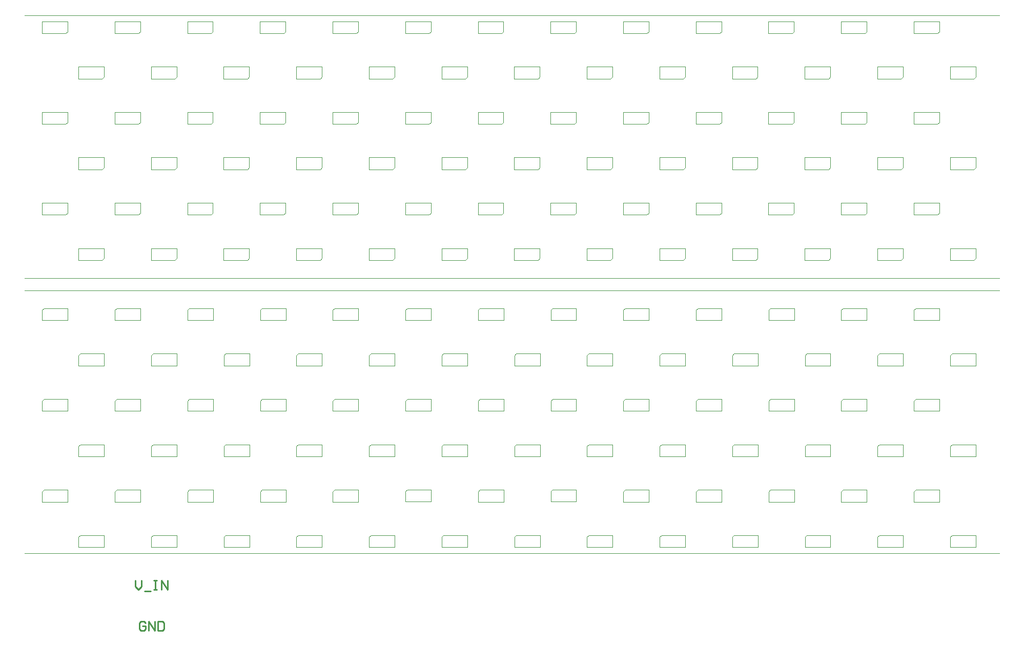
<source format=gto>
G04 Layer_Color=65535*
%FSLAX24Y24*%
%MOIN*%
G70*
G01*
G75*
%ADD18C,0.0039*%
%ADD19C,0.0100*%
D18*
X20404Y36703D02*
X83780Y36700D01*
X20394Y54616D02*
X83780Y54606D01*
X20394Y53809D02*
X83780Y53819D01*
X20404Y71703D02*
X83780Y71700D01*
X67953Y55778D02*
X68071Y55896D01*
X66407Y55778D02*
Y56555D01*
X68071Y55896D02*
Y56555D01*
X66407Y55778D02*
X67953D01*
X66407Y56555D02*
X68071D01*
X23898Y49577D02*
X24016Y49695D01*
X25561Y48917D02*
Y49695D01*
X23898Y48917D02*
Y49577D01*
X24016Y49695D02*
X25561D01*
X23898Y48917D02*
X25561D01*
X28622Y49577D02*
X28740Y49695D01*
X30285Y48917D02*
Y49695D01*
X28622Y48917D02*
Y49577D01*
X28740Y49695D02*
X30285D01*
X28622Y48917D02*
X30285D01*
X33346Y49577D02*
X33465Y49695D01*
X35010Y48917D02*
Y49695D01*
X33346Y48917D02*
Y49577D01*
X33465Y49695D02*
X35010D01*
X33346Y48917D02*
X35010D01*
X38071Y49577D02*
X38189Y49695D01*
X39734Y48917D02*
Y49695D01*
X38071Y48917D02*
Y49577D01*
X38189Y49695D02*
X39734D01*
X38071Y48917D02*
X39734D01*
X42795Y49577D02*
X42913Y49695D01*
X44459Y48917D02*
Y49695D01*
X42795Y48917D02*
Y49577D01*
X42913Y49695D02*
X44459D01*
X42795Y48917D02*
X44459D01*
X47520Y49577D02*
X47638Y49695D01*
X49183Y48917D02*
Y49695D01*
X47520Y48917D02*
Y49577D01*
X47638Y49695D02*
X49183D01*
X47520Y48917D02*
X49183D01*
X52244Y49577D02*
X52362Y49695D01*
X53907Y48917D02*
Y49695D01*
X52244Y48917D02*
Y49577D01*
X52362Y49695D02*
X53907D01*
X52244Y48917D02*
X53907D01*
X21535Y46624D02*
X21654Y46742D01*
X23199Y45965D02*
Y46742D01*
X21535Y45965D02*
Y46624D01*
X21654Y46742D02*
X23199D01*
X21535Y45965D02*
X23199D01*
X26260Y46624D02*
X26378Y46742D01*
X27923Y45965D02*
Y46742D01*
X26260Y45965D02*
Y46624D01*
X26378Y46742D02*
X27923D01*
X26260Y45965D02*
X27923D01*
X30984Y46624D02*
X31102Y46742D01*
X32648Y45965D02*
Y46742D01*
X30984Y45965D02*
Y46624D01*
X31102Y46742D02*
X32648D01*
X30984Y45965D02*
X32648D01*
X35709Y46624D02*
X35827Y46742D01*
X37372Y45965D02*
Y46742D01*
X35709Y45965D02*
Y46624D01*
X35827Y46742D02*
X37372D01*
X35709Y45965D02*
X37372D01*
X40433Y46624D02*
X40551Y46742D01*
X42096Y45965D02*
Y46742D01*
X40433Y45965D02*
Y46624D01*
X40551Y46742D02*
X42096D01*
X40433Y45965D02*
X42096D01*
X45157Y46624D02*
X45276Y46742D01*
X46821Y45965D02*
Y46742D01*
X45157Y45965D02*
Y46624D01*
X45276Y46742D02*
X46821D01*
X45157Y45965D02*
X46821D01*
X49882Y46624D02*
X50000Y46742D01*
X51545Y45965D02*
Y46742D01*
X49882Y45965D02*
Y46624D01*
X50000Y46742D02*
X51545D01*
X49882Y45965D02*
X51545D01*
X23898Y43671D02*
X24016Y43789D01*
X25561Y43012D02*
Y43789D01*
X23898Y43012D02*
Y43671D01*
X24016Y43789D02*
X25561D01*
X23898Y43012D02*
X25561D01*
X28622Y43671D02*
X28740Y43789D01*
X30285Y43012D02*
Y43789D01*
X28622Y43012D02*
Y43671D01*
X28740Y43789D02*
X30285D01*
X28622Y43012D02*
X30285D01*
X33346Y43671D02*
X33465Y43789D01*
X35010Y43012D02*
Y43789D01*
X33346Y43012D02*
Y43671D01*
X33465Y43789D02*
X35010D01*
X33346Y43012D02*
X35010D01*
X38071Y43671D02*
X38189Y43789D01*
X39734Y43012D02*
Y43789D01*
X38071Y43012D02*
Y43671D01*
X38189Y43789D02*
X39734D01*
X38071Y43012D02*
X39734D01*
X42795Y43671D02*
X42913Y43789D01*
X44459Y43012D02*
Y43789D01*
X42795Y43012D02*
Y43671D01*
X42913Y43789D02*
X44459D01*
X42795Y43012D02*
X44459D01*
X47520Y43671D02*
X47638Y43789D01*
X49183Y43012D02*
Y43789D01*
X47520Y43012D02*
Y43671D01*
X47638Y43789D02*
X49183D01*
X47520Y43012D02*
X49183D01*
X52244Y43671D02*
X52362Y43789D01*
X53907Y43012D02*
Y43789D01*
X52244Y43012D02*
Y43671D01*
X52362Y43789D02*
X53907D01*
X52244Y43012D02*
X53907D01*
X21535Y40718D02*
X21654Y40837D01*
X23199Y40059D02*
Y40837D01*
X21535Y40059D02*
Y40718D01*
X21654Y40837D02*
X23199D01*
X21535Y40059D02*
X23199D01*
X26260Y40718D02*
X26378Y40837D01*
X27923Y40059D02*
Y40837D01*
X26260Y40059D02*
Y40718D01*
X26378Y40837D02*
X27923D01*
X26260Y40059D02*
X27923D01*
X30984Y40718D02*
X31102Y40837D01*
X32648Y40059D02*
Y40837D01*
X30984Y40059D02*
Y40718D01*
X31102Y40837D02*
X32648D01*
X30984Y40059D02*
X32648D01*
X35709Y40718D02*
X35827Y40837D01*
X37372Y40059D02*
Y40837D01*
X35709Y40059D02*
Y40718D01*
X35827Y40837D02*
X37372D01*
X35709Y40059D02*
X37372D01*
X40433Y40718D02*
X40551Y40837D01*
X42096Y40059D02*
Y40837D01*
X40433Y40059D02*
Y40718D01*
X40551Y40837D02*
X42096D01*
X40433Y40059D02*
X42096D01*
X45157Y40728D02*
X45276Y40846D01*
X46821Y40069D02*
Y40846D01*
X45157Y40069D02*
Y40728D01*
X45276Y40846D02*
X46821D01*
X45157Y40069D02*
X46821D01*
X49882Y40718D02*
X50000Y40837D01*
X51545Y40059D02*
Y40837D01*
X49882Y40059D02*
Y40718D01*
X50000Y40837D02*
X51545D01*
X49882Y40059D02*
X51545D01*
X23898Y37766D02*
X24016Y37884D01*
X25561Y37106D02*
Y37884D01*
X23898Y37106D02*
Y37766D01*
X24016Y37884D02*
X25561D01*
X23898Y37106D02*
X25561D01*
X28622Y37766D02*
X28740Y37884D01*
X30285Y37106D02*
Y37884D01*
X28622Y37106D02*
Y37766D01*
X28740Y37884D02*
X30285D01*
X28622Y37106D02*
X30285D01*
X33346Y37766D02*
X33465Y37884D01*
X35010Y37106D02*
Y37884D01*
X33346Y37106D02*
Y37766D01*
X33465Y37884D02*
X35010D01*
X33346Y37106D02*
X35010D01*
X38071Y37766D02*
X38189Y37884D01*
X39734Y37106D02*
Y37884D01*
X38071Y37106D02*
Y37766D01*
X38189Y37884D02*
X39734D01*
X38071Y37106D02*
X39734D01*
X42795Y37766D02*
X42913Y37884D01*
X44459Y37106D02*
Y37884D01*
X42795Y37106D02*
Y37766D01*
X42913Y37884D02*
X44459D01*
X42795Y37106D02*
X44459D01*
X47520Y37766D02*
X47638Y37884D01*
X49183Y37106D02*
Y37884D01*
X47520Y37106D02*
Y37766D01*
X47638Y37884D02*
X49183D01*
X47520Y37106D02*
X49183D01*
X52244Y37766D02*
X52362Y37884D01*
X53907Y37106D02*
Y37884D01*
X52244Y37106D02*
Y37766D01*
X52362Y37884D02*
X53907D01*
X52244Y37106D02*
X53907D01*
X21535Y52530D02*
X21654Y52648D01*
X23199Y51870D02*
Y52648D01*
X21535Y51870D02*
Y52530D01*
X21654Y52648D02*
X23199D01*
X21535Y51870D02*
X23199D01*
X26260Y52530D02*
X26378Y52648D01*
X27923Y51870D02*
Y52648D01*
X26260Y51870D02*
Y52530D01*
X26378Y52648D02*
X27923D01*
X26260Y51870D02*
X27923D01*
X30984Y52530D02*
X31102Y52648D01*
X32648Y51870D02*
Y52648D01*
X30984Y51870D02*
Y52530D01*
X31102Y52648D02*
X32648D01*
X30984Y51870D02*
X32648D01*
X35709Y52530D02*
X35827Y52648D01*
X37372Y51870D02*
Y52648D01*
X35709Y51870D02*
Y52530D01*
X35827Y52648D02*
X37372D01*
X35709Y51870D02*
X37372D01*
X40433Y52530D02*
X40551Y52648D01*
X42096Y51870D02*
Y52648D01*
X40433Y51870D02*
Y52530D01*
X40551Y52648D02*
X42096D01*
X40433Y51870D02*
X42096D01*
X45157Y52530D02*
X45276Y52648D01*
X46821Y51870D02*
Y52648D01*
X45157Y51870D02*
Y52530D01*
X45276Y52648D02*
X46821D01*
X45157Y51870D02*
X46821D01*
X49882Y52530D02*
X50000Y52648D01*
X51545Y51870D02*
Y52648D01*
X49882Y51870D02*
Y52530D01*
X50000Y52648D02*
X51545D01*
X49882Y51870D02*
X51545D01*
X56968Y49577D02*
X57087Y49695D01*
X58632Y48917D02*
Y49695D01*
X56968Y48917D02*
Y49577D01*
X57087Y49695D02*
X58632D01*
X56968Y48917D02*
X58632D01*
X61693Y49577D02*
X61811Y49695D01*
X63356Y48917D02*
Y49695D01*
X61693Y48917D02*
Y49577D01*
X61811Y49695D02*
X63356D01*
X61693Y48917D02*
X63356D01*
X66417Y49577D02*
X66535Y49695D01*
X68081Y48917D02*
Y49695D01*
X66417Y48917D02*
Y49577D01*
X66535Y49695D02*
X68081D01*
X66417Y48917D02*
X68081D01*
X71142Y49577D02*
X71260Y49695D01*
X72805Y48917D02*
Y49695D01*
X71142Y48917D02*
Y49577D01*
X71260Y49695D02*
X72805D01*
X71142Y48917D02*
X72805D01*
X75866Y49577D02*
X75984Y49695D01*
X77530Y48917D02*
Y49695D01*
X75866Y48917D02*
Y49577D01*
X75984Y49695D02*
X77530D01*
X75866Y48917D02*
X77530D01*
X80591Y49577D02*
X80709Y49695D01*
X82254Y48917D02*
Y49695D01*
X80591Y48917D02*
Y49577D01*
X80709Y49695D02*
X82254D01*
X80591Y48917D02*
X82254D01*
X79764Y58730D02*
X79882Y58848D01*
X78218Y58730D02*
Y59508D01*
X79882Y58848D02*
Y59508D01*
X78218Y58730D02*
X79764D01*
X78218Y59508D02*
X79882D01*
X54606Y46624D02*
X54724Y46742D01*
X56270Y45965D02*
Y46742D01*
X54606Y45965D02*
Y46624D01*
X54724Y46742D02*
X56270D01*
X54606Y45965D02*
X56270D01*
X59331Y46624D02*
X59449Y46742D01*
X60994Y45965D02*
Y46742D01*
X59331Y45965D02*
Y46624D01*
X59449Y46742D02*
X60994D01*
X59331Y45965D02*
X60994D01*
X64055Y46624D02*
X64173Y46742D01*
X65718Y45965D02*
Y46742D01*
X64055Y45965D02*
Y46624D01*
X64173Y46742D02*
X65718D01*
X64055Y45965D02*
X65718D01*
X68780Y46624D02*
X68898Y46742D01*
X70443Y45965D02*
Y46742D01*
X68780Y45965D02*
Y46624D01*
X68898Y46742D02*
X70443D01*
X68780Y45965D02*
X70443D01*
X73504Y46624D02*
X73622Y46742D01*
X75167Y45965D02*
Y46742D01*
X73504Y45965D02*
Y46624D01*
X73622Y46742D02*
X75167D01*
X73504Y45965D02*
X75167D01*
X78228Y46624D02*
X78346Y46742D01*
X79892Y45965D02*
Y46742D01*
X78228Y45965D02*
Y46624D01*
X78346Y46742D02*
X79892D01*
X78228Y45965D02*
X79892D01*
X82126Y61683D02*
X82244Y61801D01*
X80581Y61683D02*
Y62461D01*
X82244Y61801D02*
Y62461D01*
X80581Y61683D02*
X82126D01*
X80581Y62461D02*
X82244D01*
X56968Y43671D02*
X57087Y43789D01*
X58632Y43012D02*
Y43789D01*
X56968Y43012D02*
Y43671D01*
X57087Y43789D02*
X58632D01*
X56968Y43012D02*
X58632D01*
X61693Y43671D02*
X61811Y43789D01*
X63356Y43012D02*
Y43789D01*
X61693Y43012D02*
Y43671D01*
X61811Y43789D02*
X63356D01*
X61693Y43012D02*
X63356D01*
X66417Y43671D02*
X66535Y43789D01*
X68081Y43012D02*
Y43789D01*
X66417Y43012D02*
Y43671D01*
X66535Y43789D02*
X68081D01*
X66417Y43012D02*
X68081D01*
X71142Y43671D02*
X71260Y43789D01*
X72805Y43012D02*
Y43789D01*
X71142Y43012D02*
Y43671D01*
X71260Y43789D02*
X72805D01*
X71142Y43012D02*
X72805D01*
X75866Y43671D02*
X75984Y43789D01*
X77530Y43012D02*
Y43789D01*
X75866Y43012D02*
Y43671D01*
X75984Y43789D02*
X77530D01*
X75866Y43012D02*
X77530D01*
X80591Y43671D02*
X80709Y43789D01*
X82254Y43012D02*
Y43789D01*
X80591Y43012D02*
Y43671D01*
X80709Y43789D02*
X82254D01*
X80591Y43012D02*
X82254D01*
X79764Y64636D02*
X79882Y64754D01*
X78218Y64636D02*
Y65413D01*
X79882Y64754D02*
Y65413D01*
X78218Y64636D02*
X79764D01*
X78218Y65413D02*
X79882D01*
X54606Y40728D02*
X54724Y40846D01*
X56270Y40069D02*
Y40846D01*
X54606Y40069D02*
Y40728D01*
X54724Y40846D02*
X56270D01*
X54606Y40069D02*
X56270D01*
X59331Y40718D02*
X59449Y40837D01*
X60994Y40059D02*
Y40837D01*
X59331Y40059D02*
Y40718D01*
X59449Y40837D02*
X60994D01*
X59331Y40059D02*
X60994D01*
X64055Y40718D02*
X64173Y40837D01*
X65718Y40059D02*
Y40837D01*
X64055Y40059D02*
Y40718D01*
X64173Y40837D02*
X65718D01*
X64055Y40059D02*
X65718D01*
X68780Y40718D02*
X68898Y40837D01*
X70443Y40059D02*
Y40837D01*
X68780Y40059D02*
Y40718D01*
X68898Y40837D02*
X70443D01*
X68780Y40059D02*
X70443D01*
X73504Y40718D02*
X73622Y40837D01*
X75167Y40059D02*
Y40837D01*
X73504Y40059D02*
Y40718D01*
X73622Y40837D02*
X75167D01*
X73504Y40059D02*
X75167D01*
X78228Y40718D02*
X78346Y40837D01*
X79892Y40059D02*
Y40837D01*
X78228Y40059D02*
Y40718D01*
X78346Y40837D02*
X79892D01*
X78228Y40059D02*
X79892D01*
X56968Y37766D02*
X57087Y37884D01*
X58632Y37106D02*
Y37884D01*
X56968Y37106D02*
Y37766D01*
X57087Y37884D02*
X58632D01*
X56968Y37106D02*
X58632D01*
X61693Y37766D02*
X61811Y37884D01*
X63356Y37106D02*
Y37884D01*
X61693Y37106D02*
Y37766D01*
X61811Y37884D02*
X63356D01*
X61693Y37106D02*
X63356D01*
X66417Y37766D02*
X66535Y37884D01*
X68081Y37106D02*
Y37884D01*
X66417Y37106D02*
Y37766D01*
X66535Y37884D02*
X68081D01*
X66417Y37106D02*
X68081D01*
X71142Y37766D02*
X71260Y37884D01*
X72805Y37106D02*
Y37884D01*
X71142Y37106D02*
Y37766D01*
X71260Y37884D02*
X72805D01*
X71142Y37106D02*
X72805D01*
X75866Y37766D02*
X75984Y37884D01*
X77530Y37106D02*
Y37884D01*
X75866Y37106D02*
Y37766D01*
X75984Y37884D02*
X77530D01*
X75866Y37106D02*
X77530D01*
X80591Y37766D02*
X80709Y37884D01*
X82254Y37106D02*
Y37884D01*
X80591Y37106D02*
Y37766D01*
X80709Y37884D02*
X82254D01*
X80591Y37106D02*
X82254D01*
X79764Y70541D02*
X79882Y70659D01*
X78218Y70541D02*
Y71319D01*
X79882Y70659D02*
Y71319D01*
X78218Y70541D02*
X79764D01*
X78218Y71319D02*
X79882D01*
X54606Y52530D02*
X54724Y52648D01*
X56270Y51870D02*
Y52648D01*
X54606Y51870D02*
Y52530D01*
X54724Y52648D02*
X56270D01*
X54606Y51870D02*
X56270D01*
X59331Y52530D02*
X59449Y52648D01*
X60994Y51870D02*
Y52648D01*
X59331Y51870D02*
Y52530D01*
X59449Y52648D02*
X60994D01*
X59331Y51870D02*
X60994D01*
X64055Y52530D02*
X64173Y52648D01*
X65718Y51870D02*
Y52648D01*
X64055Y51870D02*
Y52530D01*
X64173Y52648D02*
X65718D01*
X64055Y51870D02*
X65718D01*
X68780Y52530D02*
X68898Y52648D01*
X70443Y51870D02*
Y52648D01*
X68780Y51870D02*
Y52530D01*
X68898Y52648D02*
X70443D01*
X68780Y51870D02*
X70443D01*
X73504Y52530D02*
X73622Y52648D01*
X75167Y51870D02*
Y52648D01*
X73504Y51870D02*
Y52530D01*
X73622Y52648D02*
X75167D01*
X73504Y51870D02*
X75167D01*
X78228Y52530D02*
X78346Y52648D01*
X79892Y51870D02*
Y52648D01*
X78228Y51870D02*
Y52530D01*
X78346Y52648D02*
X79892D01*
X78228Y51870D02*
X79892D01*
X75039Y58730D02*
X75157Y58848D01*
X73494Y58730D02*
Y59508D01*
X75157Y58848D02*
Y59508D01*
X73494Y58730D02*
X75039D01*
X73494Y59508D02*
X75157D01*
X70315Y58730D02*
X70433Y58848D01*
X68770Y58730D02*
Y59508D01*
X70433Y58848D02*
Y59508D01*
X68770Y58730D02*
X70315D01*
X68770Y59508D02*
X70433D01*
X65591Y58730D02*
X65709Y58848D01*
X64045Y58730D02*
Y59508D01*
X65709Y58848D02*
Y59508D01*
X64045Y58730D02*
X65591D01*
X64045Y59508D02*
X65709D01*
X60866Y58730D02*
X60984Y58848D01*
X59321Y58730D02*
Y59508D01*
X60984Y58848D02*
Y59508D01*
X59321Y58730D02*
X60866D01*
X59321Y59508D02*
X60984D01*
X58504Y61683D02*
X58622Y61801D01*
X56959Y61683D02*
Y62461D01*
X58622Y61801D02*
Y62461D01*
X56959Y61683D02*
X58504D01*
X56959Y62461D02*
X58622D01*
X53780Y61683D02*
X53898Y61801D01*
X52234Y61683D02*
Y62461D01*
X53898Y61801D02*
Y62461D01*
X52234Y61683D02*
X53780D01*
X52234Y62461D02*
X53898D01*
X49055Y61683D02*
X49173Y61801D01*
X47510Y61683D02*
Y62461D01*
X49173Y61801D02*
Y62461D01*
X47510Y61683D02*
X49055D01*
X47510Y62461D02*
X49173D01*
X77402Y61683D02*
X77520Y61801D01*
X75856Y61683D02*
Y62461D01*
X77520Y61801D02*
Y62461D01*
X75856Y61683D02*
X77402D01*
X75856Y62461D02*
X77520D01*
X72677Y61683D02*
X72795Y61801D01*
X71132Y61683D02*
Y62461D01*
X72795Y61801D02*
Y62461D01*
X71132Y61683D02*
X72677D01*
X71132Y62461D02*
X72795D01*
X67953Y61683D02*
X68071Y61801D01*
X66407Y61683D02*
Y62461D01*
X68071Y61801D02*
Y62461D01*
X66407Y61683D02*
X67953D01*
X66407Y62461D02*
X68071D01*
X63228Y61683D02*
X63346Y61801D01*
X61683Y61683D02*
Y62461D01*
X63346Y61801D02*
Y62461D01*
X61683Y61683D02*
X63228D01*
X61683Y62461D02*
X63346D01*
X56142Y64636D02*
X56260Y64754D01*
X54596Y64636D02*
Y65413D01*
X56260Y64754D02*
Y65413D01*
X54596Y64636D02*
X56142D01*
X54596Y65413D02*
X56260D01*
X51417Y64636D02*
X51535Y64754D01*
X49872Y64636D02*
Y65413D01*
X51535Y64754D02*
Y65413D01*
X49872Y64636D02*
X51417D01*
X49872Y65413D02*
X51535D01*
X46693Y64636D02*
X46811Y64754D01*
X45148Y64636D02*
Y65413D01*
X46811Y64754D02*
Y65413D01*
X45148Y64636D02*
X46693D01*
X45148Y65413D02*
X46811D01*
X75039Y64636D02*
X75157Y64754D01*
X73494Y64636D02*
Y65413D01*
X75157Y64754D02*
Y65413D01*
X73494Y64636D02*
X75039D01*
X73494Y65413D02*
X75157D01*
X70315Y64636D02*
X70433Y64754D01*
X68770Y64636D02*
Y65413D01*
X70433Y64754D02*
Y65413D01*
X68770Y64636D02*
X70315D01*
X68770Y65413D02*
X70433D01*
X65591Y64636D02*
X65709Y64754D01*
X64045Y64636D02*
Y65413D01*
X65709Y64754D02*
Y65413D01*
X64045Y64636D02*
X65591D01*
X64045Y65413D02*
X65709D01*
X60866Y64636D02*
X60984Y64754D01*
X59321Y64636D02*
Y65413D01*
X60984Y64754D02*
Y65413D01*
X59321Y64636D02*
X60866D01*
X59321Y65413D02*
X60984D01*
X58504Y55778D02*
X58622Y55896D01*
X56959Y55778D02*
Y56555D01*
X58622Y55896D02*
Y56555D01*
X56959Y55778D02*
X58504D01*
X56959Y56555D02*
X58622D01*
X53780Y55778D02*
X53898Y55896D01*
X52234Y55778D02*
Y56555D01*
X53898Y55896D02*
Y56555D01*
X52234Y55778D02*
X53780D01*
X52234Y56555D02*
X53898D01*
X49055Y55778D02*
X49173Y55896D01*
X47510Y55778D02*
Y56555D01*
X49173Y55896D02*
Y56555D01*
X47510Y55778D02*
X49055D01*
X47510Y56555D02*
X49173D01*
X77402Y67589D02*
X77520Y67707D01*
X75856Y67589D02*
Y68366D01*
X77520Y67707D02*
Y68366D01*
X75856Y67589D02*
X77402D01*
X75856Y68366D02*
X77520D01*
X72677Y67589D02*
X72795Y67707D01*
X71132Y67589D02*
Y68366D01*
X72795Y67707D02*
Y68366D01*
X71132Y67589D02*
X72677D01*
X71132Y68366D02*
X72795D01*
X67953Y67589D02*
X68071Y67707D01*
X66407Y67589D02*
Y68366D01*
X68071Y67707D02*
Y68366D01*
X66407Y67589D02*
X67953D01*
X66407Y68366D02*
X68071D01*
X63228Y67589D02*
X63346Y67707D01*
X61683Y67589D02*
Y68366D01*
X63346Y67707D02*
Y68366D01*
X61683Y67589D02*
X63228D01*
X61683Y68366D02*
X63346D01*
X58504Y67589D02*
X58622Y67707D01*
X56959Y67589D02*
Y68366D01*
X58622Y67707D02*
Y68366D01*
X56959Y67589D02*
X58504D01*
X56959Y68366D02*
X58622D01*
X51417Y70541D02*
X51535Y70659D01*
X49872Y70541D02*
Y71319D01*
X51535Y70659D02*
Y71319D01*
X49872Y70541D02*
X51417D01*
X49872Y71319D02*
X51535D01*
X46693Y70541D02*
X46811Y70659D01*
X45148Y70541D02*
Y71319D01*
X46811Y70659D02*
Y71319D01*
X45148Y70541D02*
X46693D01*
X45148Y71319D02*
X46811D01*
X75039Y70541D02*
X75157Y70659D01*
X73494Y70541D02*
Y71319D01*
X75157Y70659D02*
Y71319D01*
X73494Y70541D02*
X75039D01*
X73494Y71319D02*
X75157D01*
X70315Y70541D02*
X70433Y70659D01*
X68770Y70541D02*
Y71319D01*
X70433Y70659D02*
Y71319D01*
X68770Y70541D02*
X70315D01*
X68770Y71319D02*
X70433D01*
X65591Y70541D02*
X65709Y70659D01*
X64045Y70541D02*
Y71319D01*
X65709Y70659D02*
Y71319D01*
X64045Y70541D02*
X65591D01*
X64045Y71319D02*
X65709D01*
X60866Y70541D02*
X60984Y70659D01*
X59321Y70541D02*
Y71319D01*
X60984Y70659D02*
Y71319D01*
X59321Y70541D02*
X60866D01*
X59321Y71319D02*
X60984D01*
X56142Y70541D02*
X56260Y70659D01*
X54596Y70541D02*
Y71319D01*
X56260Y70659D02*
Y71319D01*
X54596Y70541D02*
X56142D01*
X54596Y71319D02*
X56260D01*
X53780Y67589D02*
X53898Y67707D01*
X52234Y67589D02*
Y68366D01*
X53898Y67707D02*
Y68366D01*
X52234Y67589D02*
X53780D01*
X52234Y68366D02*
X53898D01*
X49055Y67589D02*
X49173Y67707D01*
X47510Y67589D02*
Y68366D01*
X49173Y67707D02*
Y68366D01*
X47510Y67589D02*
X49055D01*
X47510Y68366D02*
X49173D01*
X77402Y55778D02*
X77520Y55896D01*
X75856Y55778D02*
Y56555D01*
X77520Y55896D02*
Y56555D01*
X75856Y55778D02*
X77402D01*
X75856Y56555D02*
X77520D01*
X72677Y55778D02*
X72795Y55896D01*
X71132Y55778D02*
Y56555D01*
X72795Y55896D02*
Y56555D01*
X71132Y55778D02*
X72677D01*
X71132Y56555D02*
X72795D01*
X63228Y55778D02*
X63346Y55896D01*
X61683Y55778D02*
Y56555D01*
X63346Y55896D02*
Y56555D01*
X61683Y55778D02*
X63228D01*
X61683Y56555D02*
X63346D01*
X56142Y58730D02*
X56260Y58848D01*
X54596Y58730D02*
Y59508D01*
X56260Y58848D02*
Y59508D01*
X54596Y58730D02*
X56142D01*
X54596Y59508D02*
X56260D01*
X51417Y58730D02*
X51535Y58848D01*
X49872Y58730D02*
Y59508D01*
X51535Y58848D02*
Y59508D01*
X49872Y58730D02*
X51417D01*
X49872Y59508D02*
X51535D01*
X46693Y58730D02*
X46811Y58848D01*
X45148Y58730D02*
Y59508D01*
X46811Y58848D02*
Y59508D01*
X45148Y58730D02*
X46693D01*
X45148Y59508D02*
X46811D01*
X44331Y61683D02*
X44449Y61801D01*
X42785Y61683D02*
Y62461D01*
X44449Y61801D02*
Y62461D01*
X42785Y61683D02*
X44331D01*
X42785Y62461D02*
X44449D01*
X39606Y61683D02*
X39724Y61801D01*
X38061Y61683D02*
Y62461D01*
X39724Y61801D02*
Y62461D01*
X38061Y61683D02*
X39606D01*
X38061Y62461D02*
X39724D01*
X34882Y61683D02*
X35000Y61801D01*
X33337Y61683D02*
Y62461D01*
X35000Y61801D02*
Y62461D01*
X33337Y61683D02*
X34882D01*
X33337Y62461D02*
X35000D01*
X30157Y61683D02*
X30276Y61801D01*
X28612Y61683D02*
Y62461D01*
X30276Y61801D02*
Y62461D01*
X28612Y61683D02*
X30157D01*
X28612Y62461D02*
X30276D01*
X23071Y58730D02*
X23189Y58848D01*
X21526Y58730D02*
Y59508D01*
X23189Y58848D02*
Y59508D01*
X21526Y58730D02*
X23071D01*
X21526Y59508D02*
X23189D01*
X41968Y64636D02*
X42087Y64754D01*
X40423Y64636D02*
Y65413D01*
X42087Y64754D02*
Y65413D01*
X40423Y64636D02*
X41968D01*
X40423Y65413D02*
X42087D01*
X37244Y64636D02*
X37362Y64754D01*
X35699Y64636D02*
Y65413D01*
X37362Y64754D02*
Y65413D01*
X35699Y64636D02*
X37244D01*
X35699Y65413D02*
X37362D01*
X32520Y64636D02*
X32638Y64754D01*
X30974Y64636D02*
Y65413D01*
X32638Y64754D02*
Y65413D01*
X30974Y64636D02*
X32520D01*
X30974Y65413D02*
X32638D01*
X27795Y64636D02*
X27913Y64754D01*
X26250Y64636D02*
Y65413D01*
X27913Y64754D02*
Y65413D01*
X26250Y64636D02*
X27795D01*
X26250Y65413D02*
X27913D01*
X25433Y61683D02*
X25551Y61801D01*
X23888Y61683D02*
Y62461D01*
X25551Y61801D02*
Y62461D01*
X23888Y61683D02*
X25433D01*
X23888Y62461D02*
X25551D01*
X44331Y55778D02*
X44449Y55896D01*
X42785Y55778D02*
Y56555D01*
X44449Y55896D02*
Y56555D01*
X42785Y55778D02*
X44331D01*
X42785Y56555D02*
X44449D01*
X39606Y55778D02*
X39724Y55896D01*
X38061Y55778D02*
Y56555D01*
X39724Y55896D02*
Y56555D01*
X38061Y55778D02*
X39606D01*
X38061Y56555D02*
X39724D01*
X34882Y55778D02*
X35000Y55896D01*
X33337Y55778D02*
Y56555D01*
X35000Y55896D02*
Y56555D01*
X33337Y55778D02*
X34882D01*
X33337Y56555D02*
X35000D01*
X30157Y55778D02*
X30276Y55896D01*
X28612Y55778D02*
Y56555D01*
X30276Y55896D02*
Y56555D01*
X28612Y55778D02*
X30157D01*
X28612Y56555D02*
X30276D01*
X23071Y64636D02*
X23189Y64754D01*
X21526Y64636D02*
Y65413D01*
X23189Y64754D02*
Y65413D01*
X21526Y64636D02*
X23071D01*
X21526Y65413D02*
X23189D01*
X41968Y70541D02*
X42087Y70659D01*
X40423Y70541D02*
Y71319D01*
X42087Y70659D02*
Y71319D01*
X40423Y70541D02*
X41968D01*
X40423Y71319D02*
X42087D01*
X37244Y70541D02*
X37362Y70659D01*
X35699Y70541D02*
Y71319D01*
X37362Y70659D02*
Y71319D01*
X35699Y70541D02*
X37244D01*
X35699Y71319D02*
X37362D01*
X32520Y70541D02*
X32638Y70659D01*
X30974Y70541D02*
Y71319D01*
X32638Y70659D02*
Y71319D01*
X30974Y70541D02*
X32520D01*
X30974Y71319D02*
X32638D01*
X27795Y70541D02*
X27913Y70659D01*
X26250Y70541D02*
Y71319D01*
X27913Y70659D02*
Y71319D01*
X26250Y70541D02*
X27795D01*
X26250Y71319D02*
X27913D01*
X23071Y70541D02*
X23189Y70659D01*
X21526Y70541D02*
Y71319D01*
X23189Y70659D02*
Y71319D01*
X21526Y70541D02*
X23071D01*
X21526Y71319D02*
X23189D01*
X44331Y67589D02*
X44449Y67707D01*
X42785Y67589D02*
Y68366D01*
X44449Y67707D02*
Y68366D01*
X42785Y67589D02*
X44331D01*
X42785Y68366D02*
X44449D01*
X39606Y67589D02*
X39724Y67707D01*
X38061Y67589D02*
Y68366D01*
X39724Y67707D02*
Y68366D01*
X38061Y67589D02*
X39606D01*
X38061Y68366D02*
X39724D01*
X34882Y67589D02*
X35000Y67707D01*
X33337Y67589D02*
Y68366D01*
X35000Y67707D02*
Y68366D01*
X33337Y67589D02*
X34882D01*
X33337Y68366D02*
X35000D01*
X30157Y67589D02*
X30276Y67707D01*
X28612Y67589D02*
Y68366D01*
X30276Y67707D02*
Y68366D01*
X28612Y67589D02*
X30157D01*
X28612Y68366D02*
X30276D01*
X25433Y67589D02*
X25551Y67707D01*
X23888Y67589D02*
Y68366D01*
X25551Y67707D02*
Y68366D01*
X23888Y67589D02*
X25433D01*
X23888Y68366D02*
X25551D01*
X41968Y58730D02*
X42087Y58848D01*
X40423Y58730D02*
Y59508D01*
X42087Y58848D02*
Y59508D01*
X40423Y58730D02*
X41968D01*
X40423Y59508D02*
X42087D01*
X37234Y58730D02*
X37352Y58848D01*
X35689Y58730D02*
Y59508D01*
X37352Y58848D02*
Y59508D01*
X35689Y58730D02*
X37234D01*
X35689Y59508D02*
X37352D01*
X32520Y58730D02*
X32638Y58848D01*
X30974Y58730D02*
Y59508D01*
X32638Y58848D02*
Y59508D01*
X30974Y58730D02*
X32520D01*
X30974Y59508D02*
X32638D01*
X27795Y58730D02*
X27913Y58848D01*
X26250Y58730D02*
Y59508D01*
X27913Y58848D02*
Y59508D01*
X26250Y58730D02*
X27795D01*
X26250Y59508D02*
X27913D01*
X25433Y55778D02*
X25551Y55896D01*
X23888Y55778D02*
Y56555D01*
X25551Y55896D02*
Y56555D01*
X23888Y55778D02*
X25433D01*
X23888Y56555D02*
X25551D01*
X82126Y67589D02*
X82244Y67707D01*
X80581Y67589D02*
Y68366D01*
X82244Y67707D02*
Y68366D01*
X80581Y67589D02*
X82126D01*
X80581Y68366D02*
X82244D01*
X82126Y55778D02*
X82244Y55896D01*
X80581Y55778D02*
Y56555D01*
X82244Y55896D02*
Y56555D01*
X80581Y55778D02*
X82126D01*
X80581Y56555D02*
X82244D01*
D19*
X28244Y32163D02*
X28144Y32263D01*
X27944D01*
X27844Y32163D01*
Y31763D01*
X27944Y31663D01*
X28144D01*
X28244Y31763D01*
Y31963D01*
X28044D01*
X28444Y31663D02*
Y32263D01*
X28844Y31663D01*
Y32263D01*
X29044D02*
Y31663D01*
X29344D01*
X29444Y31763D01*
Y32163D01*
X29344Y32263D01*
X29044D01*
X27589Y34940D02*
Y34540D01*
X27789Y34341D01*
X27988Y34540D01*
Y34940D01*
X28188Y34241D02*
X28588D01*
X28788Y34940D02*
X28988D01*
X28888D01*
Y34341D01*
X28788D01*
X28988D01*
X29288D02*
Y34940D01*
X29688Y34341D01*
Y34940D01*
M02*

</source>
